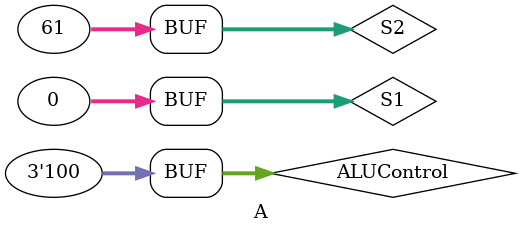
<source format=v>
`timescale 1ns / 1ps


module A;

	// Inputs
	reg [31:0] S1;
	reg [31:0] S2;
	reg [2:0] ALUControl;

	// Outputs
	wire Zero;
	wire [31:0] ALUResult;

	// Instantiate the Unit Under Test (UUT)
	ALU uut (
		.S1(S1), 
		.S2(S2), 
		.ALUControl(ALUControl), 
		.Zero(Zero), 
		.ALUResult(ALUResult)
	);

	initial begin
		// Initialize Inputs
		S1 = 0;
		S2 = 0;
		ALUControl = 0;

		// Wait 100 ns for global reset to finish
		#100;
      //S1=32'b100100;
		S2=32'b111101;
		ALUControl =4;
		// Add stimulus here

	end
      
endmodule


</source>
